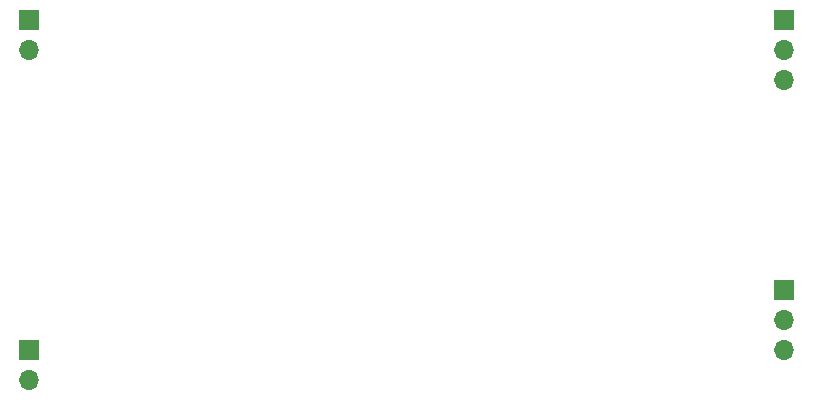
<source format=gbr>
G04 #@! TF.GenerationSoftware,KiCad,Pcbnew,8.0.8*
G04 #@! TF.CreationDate,2025-05-15T18:15:19+01:00*
G04 #@! TF.ProjectId,lcd_Daughterboard,6c63645f-4461-4756-9768-746572626f61,rev?*
G04 #@! TF.SameCoordinates,Original*
G04 #@! TF.FileFunction,Soldermask,Bot*
G04 #@! TF.FilePolarity,Negative*
%FSLAX46Y46*%
G04 Gerber Fmt 4.6, Leading zero omitted, Abs format (unit mm)*
G04 Created by KiCad (PCBNEW 8.0.8) date 2025-05-15 18:15:19*
%MOMM*%
%LPD*%
G01*
G04 APERTURE LIST*
%ADD10R,1.700000X1.700000*%
%ADD11O,1.700000X1.700000*%
G04 APERTURE END LIST*
D10*
X102100000Y-53700000D03*
D11*
X102100000Y-56240000D03*
D10*
X166000000Y-53700000D03*
D11*
X166000000Y-56240000D03*
X166000000Y-58780000D03*
D10*
X166000000Y-76600000D03*
D11*
X166000000Y-79140000D03*
X166000000Y-81680000D03*
D10*
X102100000Y-81700000D03*
D11*
X102100000Y-84240000D03*
M02*

</source>
